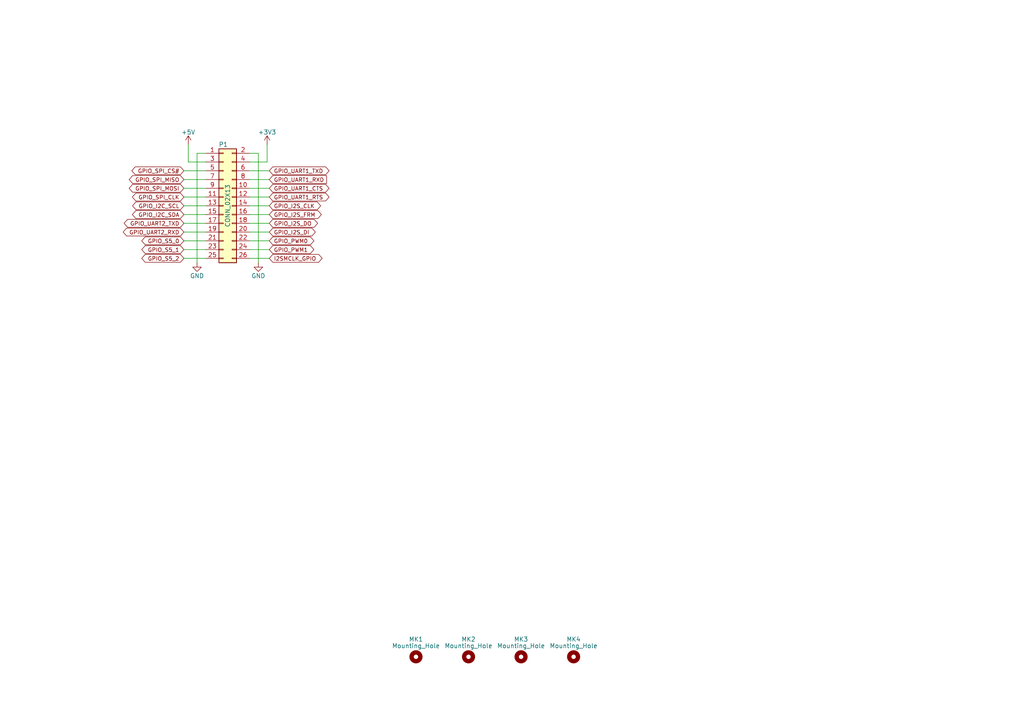
<source format=kicad_sch>
(kicad_sch (version 20230121) (generator eeschema)
  (paper "A4")
  (lib_symbols
    (symbol "Connector_Generic:Conn_02x13_Odd_Even" (pin_names (offset 1.016) hide)
      (property "Reference" "J" (at 1.27 17.78 0))
      (property "Value" "Conn_02x13_Odd_Even" (at 1.27 -17.78 0))
      (symbol "Conn_02x13_Odd_Even_1_1"
        (rectangle (start -1.27 -15.113) (end 0 -15.367) (stroke (width 0.1524)))
        (rectangle (start -1.27 -12.573) (end 0 -12.827) (stroke (width 0.1524)))
        (rectangle (start -1.27 -10.033) (end 0 -10.287) (stroke (width 0.1524)))
        (rectangle (start -1.27 -7.493) (end 0 -7.747) (stroke (width 0.1524)))
        (rectangle (start -1.27 -4.953) (end 0 -5.207) (stroke (width 0.1524)))
        (rectangle (start -1.27 -2.413) (end 0 -2.667) (stroke (width 0.1524)))
        (rectangle (start -1.27 0.127) (end 0 -0.127) (stroke (width 0.1524)))
        (rectangle (start -1.27 2.667) (end 0 2.413) (stroke (width 0.1524)))
        (rectangle (start -1.27 5.207) (end 0 4.953) (stroke (width 0.1524)))
        (rectangle (start -1.27 7.747) (end 0 7.493) (stroke (width 0.1524)))
        (rectangle (start -1.27 10.287) (end 0 10.033) (stroke (width 0.1524)))
        (rectangle (start -1.27 12.827) (end 0 12.573) (stroke (width 0.1524)))
        (rectangle (start -1.27 15.367) (end 0 15.113) (stroke (width 0.1524)))
        (rectangle (start -1.27 16.51) (end 3.81 -16.51) (stroke (width 0.254)) (fill (type background)))
        (rectangle (start 3.81 -15.113) (end 2.54 -15.367) (stroke (width 0.1524)))
        (rectangle (start 3.81 -12.573) (end 2.54 -12.827) (stroke (width 0.1524)))
        (rectangle (start 3.81 -10.033) (end 2.54 -10.287) (stroke (width 0.1524)))
        (rectangle (start 3.81 -7.493) (end 2.54 -7.747) (stroke (width 0.1524)))
        (rectangle (start 3.81 -4.953) (end 2.54 -5.207) (stroke (width 0.1524)))
        (rectangle (start 3.81 -2.413) (end 2.54 -2.667) (stroke (width 0.1524)))
        (rectangle (start 3.81 0.127) (end 2.54 -0.127) (stroke (width 0.1524)))
        (rectangle (start 3.81 2.667) (end 2.54 2.413) (stroke (width 0.1524)))
        (rectangle (start 3.81 5.207) (end 2.54 4.953) (stroke (width 0.1524)))
        (rectangle (start 3.81 7.747) (end 2.54 7.493) (stroke (width 0.1524)))
        (rectangle (start 3.81 10.287) (end 2.54 10.033) (stroke (width 0.1524)))
        (rectangle (start 3.81 12.827) (end 2.54 12.573) (stroke (width 0.1524)))
        (rectangle (start 3.81 15.367) (end 2.54 15.113) (stroke (width 0.1524)))
        (pin passive line (at -5.08 15.24 0) (length 3.81) (name "Pin_1") (number "1"))
        (pin passive line (at 7.62 5.08 180) (length 3.81) (name "Pin_10") (number "10"))
        (pin passive line (at -5.08 2.54 0) (length 3.81) (name "Pin_11") (number "11"))
        (pin passive line (at 7.62 2.54 180) (length 3.81) (name "Pin_12") (number "12"))
        (pin passive line (at -5.08 0 0) (length 3.81) (name "Pin_13") (number "13"))
        (pin passive line (at 7.62 0 180) (length 3.81) (name "Pin_14") (number "14"))
        (pin passive line (at -5.08 -2.54 0) (length 3.81) (name "Pin_15") (number "15"))
        (pin passive line (at 7.62 -2.54 180) (length 3.81) (name "Pin_16") (number "16"))
        (pin passive line (at -5.08 -5.08 0) (length 3.81) (name "Pin_17") (number "17"))
        (pin passive line (at 7.62 -5.08 180) (length 3.81) (name "Pin_18") (number "18"))
        (pin passive line (at -5.08 -7.62 0) (length 3.81) (name "Pin_19") (number "19"))
        (pin passive line (at 7.62 15.24 180) (length 3.81) (name "Pin_2") (number "2"))
        (pin passive line (at 7.62 -7.62 180) (length 3.81) (name "Pin_20") (number "20"))
        (pin passive line (at -5.08 -10.16 0) (length 3.81) (name "Pin_21") (number "21"))
        (pin passive line (at 7.62 -10.16 180) (length 3.81) (name "Pin_22") (number "22"))
        (pin passive line (at -5.08 -12.7 0) (length 3.81) (name "Pin_23") (number "23"))
        (pin passive line (at 7.62 -12.7 180) (length 3.81) (name "Pin_24") (number "24"))
        (pin passive line (at -5.08 -15.24 0) (length 3.81) (name "Pin_25") (number "25"))
        (pin passive line (at 7.62 -15.24 180) (length 3.81) (name "Pin_26") (number "26"))
        (pin passive line (at -5.08 12.7 0) (length 3.81) (name "Pin_3") (number "3"))
        (pin passive line (at 7.62 12.7 180) (length 3.81) (name "Pin_4") (number "4"))
        (pin passive line (at -5.08 10.16 0) (length 3.81) (name "Pin_5") (number "5"))
        (pin passive line (at 7.62 10.16 180) (length 3.81) (name "Pin_6") (number "6"))
        (pin passive line (at -5.08 7.62 0) (length 3.81) (name "Pin_7") (number "7"))
        (pin passive line (at 7.62 7.62 180) (length 3.81) (name "Pin_8") (number "8"))
        (pin passive line (at -5.08 5.08 0) (length 3.81) (name "Pin_9") (number "9"))
      )
    )
    (symbol "minnowboard-ls-lure-rescue:+3.3V-power" (power) (pin_names (offset 0))
      (property "Value" "+3.3V-power" (at 0 3.556 0))
      (symbol "+3.3V-power_0_1"
        (polyline (pts (xy -0.762 1.27) (xy 0 2.54)))
        (polyline (pts (xy 0 0) (xy 0 2.54)))
        (polyline (pts (xy 0 2.54) (xy 0.762 1.27)))
      )
      (symbol "+3.3V-power_1_1"
        (pin power_in line (at 0 0 90) (length 0) hide (name "+3V3") (number "1"))
      )
    )
    (symbol "minnowboard-ls-lure-rescue:Mounting_Hole-Mechanical" (pin_names (offset 1.016))
      (property "Reference" "MK" (at 0 5.08 0))
      (property "Value" "Mechanical:Mounting_Hole" (at 0 3.175 0))
      (symbol "Mounting_Hole-Mechanical_0_1"
        (circle (center 0 0) (radius 1.27) (stroke (width 1.27)))
      )
    )
    (symbol "power:+5V" (power) (pin_names (offset 0))
      (property "Value" "+5V" (at 0 3.556 0))
      (symbol "+5V_0_1"
        (polyline (pts (xy -0.762 1.27) (xy 0 2.54)))
        (polyline (pts (xy 0 0) (xy 0 2.54)))
        (polyline (pts (xy 0 2.54) (xy 0.762 1.27)))
      )
      (symbol "+5V_1_1"
        (pin power_in line (at 0 0 90) (length 0) hide (name "+5V") (number "1"))
      )
    )
    (symbol "power:GND" (power) (pin_names (offset 0))
      (property "Value" "GND" (at 0 -3.81 0))
      (symbol "GND_0_1"
        (polyline (pts (xy 0 0) (xy 0 -1.27) (xy 1.27 -1.27) (xy 0 -2.54) (xy -1.27 -1.27) (xy 0 -1.27)))
      )
      (symbol "GND_1_1"
        (pin power_in line (at 0 0 270) (length 0) hide (name "GND") (number "1"))
      )
    )
  )
  (wire (pts (xy 72.39 67.31) (xy 78.105 67.31)))
  (wire (pts (xy 53.34 74.93) (xy 59.69 74.93)))
  (wire (pts (xy 53.34 52.07) (xy 59.69 52.07)))
  (wire (pts (xy 72.39 74.93) (xy 78.105 74.93)))
  (wire (pts (xy 53.34 72.39) (xy 59.69 72.39)))
  (wire (pts (xy 72.39 64.77) (xy 78.105 64.77)))
  (wire (pts (xy 54.61 46.99) (xy 59.69 46.99)))
  (wire (pts (xy 72.39 57.15) (xy 78.105 57.15)))
  (wire (pts (xy 57.15 44.45) (xy 57.15 76.2)))
  (wire (pts (xy 59.69 44.45) (xy 57.15 44.45)))
  (wire (pts (xy 72.39 59.69) (xy 78.105 59.69)))
  (wire (pts (xy 53.34 64.77) (xy 59.69 64.77)))
  (wire (pts (xy 53.34 49.53) (xy 59.69 49.53)))
  (wire (pts (xy 72.39 54.61) (xy 78.105 54.61)))
  (wire (pts (xy 72.39 46.99) (xy 77.47 46.99)))
  (wire (pts (xy 53.34 62.23) (xy 59.69 62.23)))
  (wire (pts (xy 53.34 57.15) (xy 59.69 57.15)))
  (wire (pts (xy 53.34 69.85) (xy 59.69 69.85)))
  (wire (pts (xy 72.39 49.53) (xy 78.105 49.53)))
  (wire (pts (xy 53.34 59.69) (xy 59.69 59.69)))
  (wire (pts (xy 72.39 72.39) (xy 78.105 72.39)))
  (wire (pts (xy 72.39 52.07) (xy 78.105 52.07)))
  (wire (pts (xy 72.39 44.45) (xy 74.93 44.45)))
  (wire (pts (xy 74.93 44.45) (xy 74.93 76.2)))
  (wire (pts (xy 53.34 67.31) (xy 59.69 67.31)))
  (wire (pts (xy 72.39 62.23) (xy 78.105 62.23)))
  (wire (pts (xy 53.34 54.61) (xy 59.69 54.61)))
  (wire (pts (xy 72.39 69.85) (xy 78.105 69.85)))
  (wire (pts (xy 54.61 41.91) (xy 54.61 46.99)))
  (wire (pts (xy 77.47 46.99) (xy 77.47 41.91)))
  (global_label "I2SMCLK_GPIO" (shape bidirectional) (at 78.105 74.93 0) (effects (font (size 1.143 1.143))) (property "Intersheetrefs" "${INTERSHEET_REFS}" (effects hide)))
  (global_label "GPIO_UART1_TXD" (shape bidirectional) (at 78.105 49.53 0) (effects (font (size 1.143 1.143))) (property "Intersheetrefs" "${INTERSHEET_REFS}" (effects hide)))
  (global_label "GPIO_SPI_MISO" (shape bidirectional) (at 53.34 52.07 180) (effects (font (size 1.143 1.143))) (property "Intersheetrefs" "${INTERSHEET_REFS}" (effects hide)))
  (global_label "GPIO_S5_0" (shape bidirectional) (at 53.34 69.85 180) (effects (font (size 1.143 1.143))) (property "Intersheetrefs" "${INTERSHEET_REFS}" (effects hide)))
  (global_label "GPIO_UART1_RTS" (shape bidirectional) (at 78.105 57.15 0) (effects (font (size 1.143 1.143))) (property "Intersheetrefs" "${INTERSHEET_REFS}" (effects hide)))
  (global_label "GPIO_I2S_FRM" (shape bidirectional) (at 78.105 62.23 0) (effects (font (size 1.143 1.143))) (property "Intersheetrefs" "${INTERSHEET_REFS}" (effects hide)))
  (global_label "GPIO_UART2_TXD" (shape bidirectional) (at 53.34 64.77 180) (effects (font (size 1.143 1.143))) (property "Intersheetrefs" "${INTERSHEET_REFS}" (effects hide)))
  (global_label "GPIO_I2S_DO" (shape bidirectional) (at 78.105 64.77 0) (effects (font (size 1.143 1.143))) (property "Intersheetrefs" "${INTERSHEET_REFS}" (effects hide)))
  (global_label "GPIO_SPI_CLK" (shape bidirectional) (at 53.34 57.15 180) (effects (font (size 1.143 1.143))) (property "Intersheetrefs" "${INTERSHEET_REFS}" (effects hide)))
  (global_label "GPIO_SPI_MOSI" (shape bidirectional) (at 53.34 54.61 180) (effects (font (size 1.143 1.143))) (property "Intersheetrefs" "${INTERSHEET_REFS}" (effects hide)))
  (global_label "GPIO_PWM1" (shape bidirectional) (at 78.105 72.39 0) (effects (font (size 1.143 1.143))) (property "Intersheetrefs" "${INTERSHEET_REFS}" (effects hide)))
  (global_label "GPIO_UART1_CTS" (shape bidirectional) (at 78.105 54.61 0) (effects (font (size 1.143 1.143))) (property "Intersheetrefs" "${INTERSHEET_REFS}" (effects hide)))
  (global_label "GPIO_UART2_RXD" (shape bidirectional) (at 53.34 67.31 180) (effects (font (size 1.143 1.143))) (property "Intersheetrefs" "${INTERSHEET_REFS}" (effects hide)))
  (global_label "GPIO_I2S_CLK" (shape bidirectional) (at 78.105 59.69 0) (effects (font (size 1.143 1.143))) (property "Intersheetrefs" "${INTERSHEET_REFS}" (effects hide)))
  (global_label "GPIO_S5_1" (shape bidirectional) (at 53.34 72.39 180) (effects (font (size 1.143 1.143))) (property "Intersheetrefs" "${INTERSHEET_REFS}" (effects hide)))
  (global_label "GPIO_I2S_DI" (shape bidirectional) (at 78.105 67.31 0) (effects (font (size 1.143 1.143))) (property "Intersheetrefs" "${INTERSHEET_REFS}" (effects hide)))
  (global_label "GPIO_I2C_SDA" (shape bidirectional) (at 53.34 62.23 180) (effects (font (size 1.143 1.143))) (property "Intersheetrefs" "${INTERSHEET_REFS}" (effects hide)))
  (global_label "GPIO_UART1_RXD" (shape input) (at 78.105 52.07 0) (effects (font (size 1.143 1.143))) (property "Intersheetrefs" "${INTERSHEET_REFS}" (effects hide)))
  (global_label "GPIO_I2C_SCL" (shape bidirectional) (at 53.34 59.69 180) (effects (font (size 1.143 1.143))) (property "Intersheetrefs" "${INTERSHEET_REFS}" (effects hide)))
  (global_label "GPIO_PWM0" (shape bidirectional) (at 78.105 69.85 0) (effects (font (size 1.143 1.143))) (property "Intersheetrefs" "${INTERSHEET_REFS}" (effects hide)))
  (global_label "GPIO_SPI_CS#" (shape bidirectional) (at 53.34 49.53 180) (effects (font (size 1.143 1.143))) (property "Intersheetrefs" "${INTERSHEET_REFS}" (effects hide)))
  (global_label "GPIO_S5_2" (shape bidirectional) (at 53.34 74.93 180) (effects (font (size 1.143 1.143))) (property "Intersheetrefs" "${INTERSHEET_REFS}" (effects hide)))
  (symbol (lib_id "Connector_Generic:Conn_02x13_Odd_Even") (at 64.77 59.69 0) (unit 1)
    (property "Reference" "P1" (at 64.77 41.91 0))
    (property "Value" "CONN_02X13" (at 66.04 59.69 90))
    (property "Footprint" "Pin_Headers:Pin_Header_Straight_2x13" (effects hide))
  )
  (symbol (lib_id "power:GND") (at 74.93 76.2 0) (unit 1)
    (property "Reference" "#PWR3" (effects hide))
    (property "Value" "GND" (at 74.93 80.01 0))
  )
  (symbol (lib_id "power:GND") (at 57.15 76.2 0) (unit 1)
    (property "Reference" "#PWR2" (effects hide))
    (property "Value" "GND" (at 57.15 80.01 0))
  )
  (symbol (lib_id "minnowboard-ls-lure-rescue:+3.3V-power") (at 77.47 41.91 0) (unit 1)
    (property "Reference" "#PWR4" (effects hide))
    (property "Value" "+3.3V" (at 77.47 38.354 0))
  )
  (symbol (lib_id "power:+5V") (at 54.61 41.91 0) (unit 1)
    (property "Reference" "#PWR1" (effects hide))
    (property "Value" "+5V" (at 54.61 38.354 0))
  )
  (symbol (lib_id "minnowboard-ls-lure-rescue:Mounting_Hole-Mechanical") (at 135.89 190.5 0) (unit 1)
    (property "Reference" "MK2" (at 135.89 185.42 0))
    (property "Value" "Mounting_Hole" (at 135.89 187.325 0))
    (property "Footprint" "Mounting_Holes:MountingHole_3-5mm" (effects hide))
  )
  (symbol (lib_id "minnowboard-ls-lure-rescue:Mounting_Hole-Mechanical") (at 120.65 190.5 0) (unit 1)
    (property "Reference" "MK1" (at 120.65 185.42 0))
    (property "Value" "Mounting_Hole" (at 120.65 187.325 0))
    (property "Footprint" "Mounting_Holes:MountingHole_3-5mm" (effects hide))
  )
  (symbol (lib_id "minnowboard-ls-lure-rescue:Mounting_Hole-Mechanical") (at 151.13 190.5 0) (unit 1)
    (property "Reference" "MK3" (at 151.13 185.42 0))
    (property "Value" "Mounting_Hole" (at 151.13 187.325 0))
    (property "Footprint" "Mounting_Holes:MountingHole_3-5mm" (effects hide))
  )
  (symbol (lib_id "minnowboard-ls-lure-rescue:Mounting_Hole-Mechanical") (at 166.37 190.5 0) (unit 1)
    (property "Reference" "MK4" (at 166.37 185.42 0))
    (property "Value" "Mounting_Hole" (at 166.37 187.325 0))
    (property "Footprint" "Mounting_Holes:MountingHole_3-5mm" (effects hide))
  )
)
</source>
